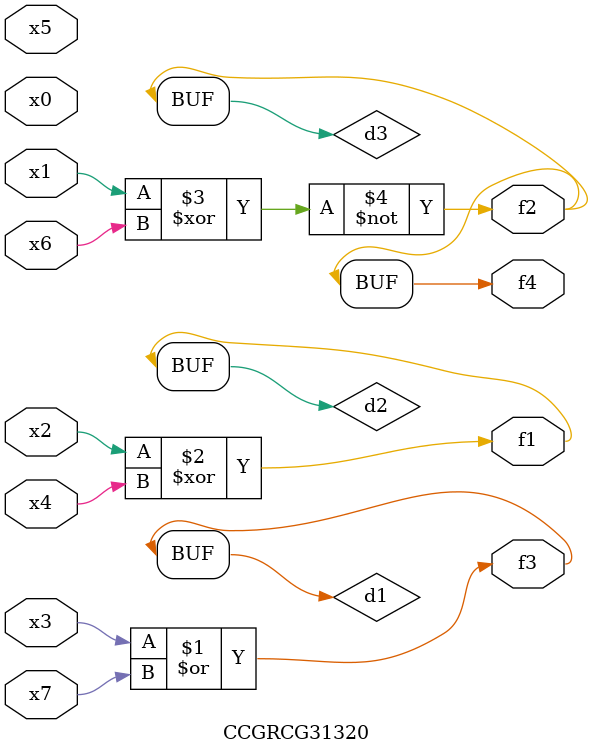
<source format=v>
module CCGRCG31320(
	input x0, x1, x2, x3, x4, x5, x6, x7,
	output f1, f2, f3, f4
);

	wire d1, d2, d3;

	or (d1, x3, x7);
	xor (d2, x2, x4);
	xnor (d3, x1, x6);
	assign f1 = d2;
	assign f2 = d3;
	assign f3 = d1;
	assign f4 = d3;
endmodule

</source>
